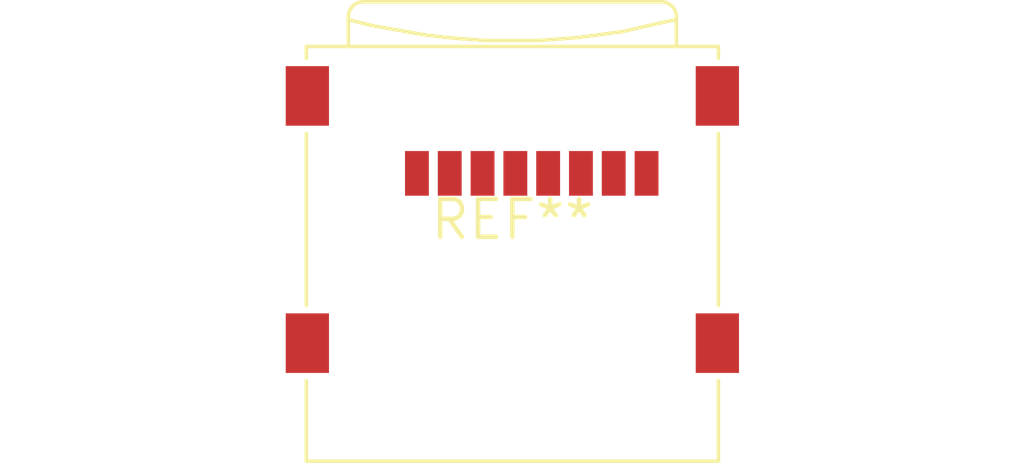
<source format=kicad_pcb>
(kicad_pcb (version 20240108) (generator pcbnew)
  (layers (0 "F.Cu" signal) (31 "B.Cu" signal) (34 "B.Paste" user) (35 "F.Paste" user) (36 "B.SilkS" user "B.Silkscreen") (37 "F.SilkS" user "F.Silkscreen") (38 "B.Mask" user) (39 "F.Mask" user) (44 "Edge.Cuts" user))
  (net 0 "")
  (footprint "microSD_HC_Wuerth_693072010801" (layer "F.Cu") (at 0 0)
    (property "Reference" "REF**")
    (property "Value" "microSD_HC_Wuerth_693072010801")
    (fp_line (start -6.91 -5.81) (end -6.91 -5.41) (layer "F.SilkS") (stroke (width 0.12)))
    (fp_line (start -6.91 -5.81) (end 6.91 -5.81) (layer "F.SilkS") (stroke (width 0.12)))
    (fp_line (start -6.91 -2.89) (end -6.91 2.89) (layer "F.SilkS") (stroke (width 0.12)))
    (fp_line (start -6.91 5.41) (end -6.91 8.11) (layer "F.SilkS") (stroke (width 0.12)))
    (fp_line (start -5.5 -6.71) (end -4.7 -6.51) (layer "F.SilkS") (stroke (width 0.12)))
    (fp_line (start -5.5 -5.81) (end -5.5 -6.81) (layer "F.SilkS") (stroke (width 0.12)))
    (fp_line (start -5 -7.31) (end 5 -7.31) (layer "F.SilkS") (stroke (width 0.12)))
    (fp_line (start -4.7 -6.51) (end -3 -6.21) (layer "F.SilkS") (stroke (width 0.12)))
    (fp_line (start -3 -6.21) (end -2.2 -6.11) (layer "F.SilkS") (stroke (width 0.12)))
    (fp_line (start -2.2 -6.11) (end -0.9 -6.01) (layer "F.SilkS") (stroke (width 0.12)))
    (fp_line (start -0.9 -6.01) (end 0.9 -6.01) (layer "F.SilkS") (stroke (width 0.12)))
    (fp_line (start 0.9 -6.01) (end 2.2 -6.11) (layer "F.SilkS") (stroke (width 0.12)))
    (fp_line (start 2.2 -6.11) (end 3.7 -6.31) (layer "F.SilkS") (stroke (width 0.12)))
    (fp_line (start 3.7 -6.31) (end 5 -6.61) (layer "F.SilkS") (stroke (width 0.12)))
    (fp_line (start 5 -6.61) (end 5.5 -6.71) (layer "F.SilkS") (stroke (width 0.12)))
    (fp_line (start 5.5 -5.81) (end 5.5 -6.81) (layer "F.SilkS") (stroke (width 0.12)))
    (fp_line (start 6.91 -5.81) (end 6.91 -5.41) (layer "F.SilkS") (stroke (width 0.12)))
    (fp_line (start 6.91 -2.89) (end 6.91 2.89) (layer "F.SilkS") (stroke (width 0.12)))
    (fp_line (start 6.91 5.41) (end 6.91 8.11) (layer "F.SilkS") (stroke (width 0.12)))
    (fp_line (start 6.91 8.11) (end -6.91 8.11) (layer "F.SilkS") (stroke (width 0.12)))
    (fp_arc (start -5.5 -6.81) (mid -5.353553 -7.163553) (end -5 -7.31) (layer "F.SilkS") (stroke (width 0.12)))
    (fp_arc (start 5 -7.31) (mid 5.353553 -7.163553) (end 5.5 -6.81) (layer "F.SilkS") (stroke (width 0.12)))
    (pad "1" smd rect (at -3.2 -1.55) (size 0.8 1.5) (layers "F.Cu" "F.Paste" "F.Mask"))
    (pad "2" smd rect (at -2.1 -1.55) (size 0.8 1.5) (layers "F.Cu" "F.Paste" "F.Mask"))
    (pad "3" smd rect (at -1 -1.55) (size 0.8 1.5) (layers "F.Cu" "F.Paste" "F.Mask"))
    (pad "4" smd rect (at 0.1 -1.55) (size 0.8 1.5) (layers "F.Cu" "F.Paste" "F.Mask"))
    (pad "5" smd rect (at 1.2 -1.55) (size 0.8 1.5) (layers "F.Cu" "F.Paste" "F.Mask"))
    (pad "6" smd rect (at 2.3 -1.55) (size 0.8 1.5) (layers "F.Cu" "F.Paste" "F.Mask"))
    (pad "7" smd rect (at 3.4 -1.55) (size 0.8 1.5) (layers "F.Cu" "F.Paste" "F.Mask"))
    (pad "8" smd rect (at 4.5 -1.55) (size 0.8 1.5) (layers "F.Cu" "F.Paste" "F.Mask"))
    (pad "9" smd rect (at -6.875 -4.15) (size 1.45 2) (layers "F.Cu" "F.Paste" "F.Mask"))
    (pad "9" smd rect (at -6.875 4.15) (size 1.45 2) (layers "F.Cu" "F.Paste" "F.Mask"))
    (pad "9" smd rect (at 6.875 -4.15) (size 1.45 2) (layers "F.Cu" "F.Paste" "F.Mask"))
    (pad "9" smd rect (at 6.875 4.15) (size 1.45 2) (layers "F.Cu" "F.Paste" "F.Mask"))
  )
)
</source>
